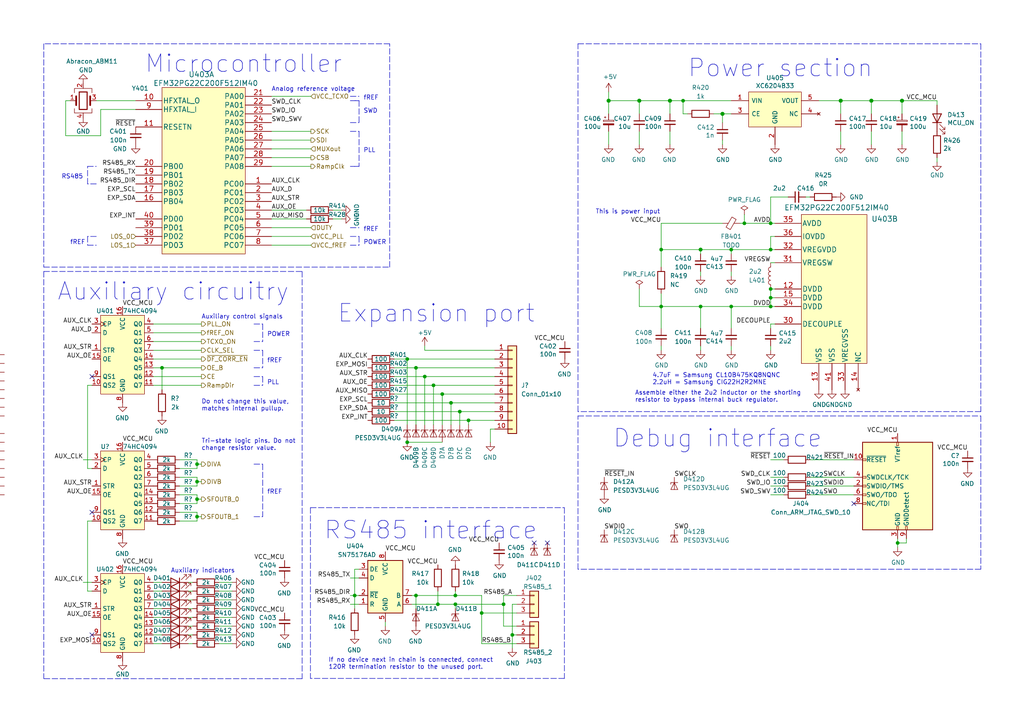
<source format=kicad_sch>
(kicad_sch (version 20211123) (generator eeschema)
  (paper "A4")
  (title_block (title "Generator 0.0125 - 6.4 GHz (0.02 - 9.8 GHz)") (date "2021-11-13") (rev "211113-001") (company "Petr Polasek") (comment 1 "001, 2021-11-13 09:38") (comment 2 "TCXO / external input, LMX2572/LMX2592") (comment 3 "Dual channel symmetric outputs"))
  (junction (at 223.52 83.82))
  (junction (at 118.11 128.27))
  (junction (at 132.08 172.72))
  (junction (at 252.73 29.21) (diameter 1.016))
  (junction (at 223.52 64.77))
  (junction (at 133.35 119.38))
  (junction (at 130.81 116.84))
  (junction (at 209.55 33.02) (diameter 1.016))
  (junction (at 176.53 29.21) (diameter 1.016))
  (junction (at 135.89 121.92))
  (junction (at 261.62 29.21) (diameter 1.016))
  (junction (at 260.35 157.48))
  (junction (at 223.52 72.39))
  (junction (at 191.77 72.39))
  (junction (at 139.7 177.8))
  (junction (at 128.27 114.3))
  (junction (at 125.73 111.76))
  (junction (at 203.2 88.9))
  (junction (at 57.15 139.7))
  (junction (at 212.09 72.39))
  (junction (at 203.2 72.3899))
  (junction (at 185.42 29.21) (diameter 1.016))
  (junction (at 123.19 109.22))
  (junction (at 146.05 175.26))
  (junction (at 191.77 88.9))
  (junction (at 118.11 104.14))
  (junction (at 46.99 106.68))
  (junction (at 57.15 144.78))
  (junction (at 148.59 184.15))
  (junction (at 120.65 172.72))
  (junction (at 127 175.26))
  (junction (at 198.12 29.21))
  (junction (at 203.2 72.39))
  (junction (at 243.84 29.21) (diameter 1.016))
  (junction (at 57.15 149.86))
  (junction (at 194.31 29.21) (diameter 1.016))
  (junction (at 132.08 175.26))
  (junction (at 102.87 172.72))
  (junction (at 120.65 106.68))
  (junction (at 223.52 86.36))
  (junction (at 215.9 64.77))
  (junction (at 223.52 88.9))
  (junction (at 57.15 134.62))
  (junction (at 212.09 88.9))
  (no_connect (at 154.94 157.48))
  (no_connect (at 158.75 157.48))
  (no_connect (at 26.67 184.15))
  (no_connect (at 26.67 148.59))
  (no_connect (at 247.65 146.05))
  (no_connect (at 26.67 109.22))
  (wire (pts (xy 44.45 104.14) (xy 58.42 104.14)))
  (wire (pts (xy 44.45 111.76) (xy 58.42 111.76)))
  (wire (pts (xy 19.05 39.37) (xy 19.05 29.21)))
  (wire (pts (xy 19.05 29.21) (xy 20.32 29.21)))
  (wire (pts (xy 29.21 31.75) (xy 29.21 39.37)))
  (wire (pts (xy 29.21 39.37) (xy 19.05 39.37)))
  (wire (pts (xy 39.37 31.75) (xy 29.21 31.75)))
  (wire (pts (xy 261.62 41.91) (xy 261.62 38.1)))
  (wire (pts (xy 128.27 114.3) (xy 128.27 123.19)))
  (wire (pts (xy 57.15 138.43) (xy 57.15 139.7)))
  (wire (pts (xy 46.99 106.68) (xy 58.42 106.68)))
  (wire (pts (xy 26.67 151.13) (xy 25.4 151.13)))
  (wire (pts (xy 52.07 135.89) (xy 57.15 135.89)))
  (wire (pts (xy 127 175.26) (xy 132.08 175.26)))
  (polyline (pts (xy 167.64 165.1) (xy 167.64 120.65)))
  (polyline (pts (xy 167.64 120.65) (xy 284.48 120.65)))
  (polyline (pts (xy 284.48 165.1) (xy 167.64 165.1)))
  (polyline (pts (xy 284.48 120.65) (xy 284.48 165.1)))
  (wire (pts (xy 46.99 186.69) (xy 44.45 186.69)))
  (wire (pts (xy 46.99 168.91) (xy 44.45 168.91)))
  (wire (pts (xy 118.11 104.14) (xy 118.11 123.19)))
  (wire (pts (xy 223.52 86.36) (xy 223.52 88.9)))
  (wire (pts (xy 46.99 173.99) (xy 44.45 173.99)))
  (wire (pts (xy 223.52 138.43) (xy 227.33 138.43)))
  (wire (pts (xy 212.09 72.39) (xy 223.52 72.39)))
  (wire (pts (xy 223.52 83.82) (xy 223.52 86.36)))
  (wire (pts (xy 114.3 121.92) (xy 135.89 121.92)))
  (wire (pts (xy 78.74 71.12) (xy 90.17 71.12)))
  (wire (pts (xy 57.15 140.97) (xy 52.07 140.97)))
  (wire (pts (xy 212.09 100.33) (xy 212.09 101.6)))
  (polyline (pts (xy 102.87 29.21) (xy 104.14 29.21)))
  (wire (pts (xy 55.88 173.99) (xy 54.61 173.99)))
  (wire (pts (xy 57.15 151.13) (xy 52.07 151.13)))
  (wire (pts (xy 194.31 29.21) (xy 185.42 29.21)))
  (wire (pts (xy 212.09 78.74) (xy 212.09 80.01)))
  (wire (pts (xy 114.3 116.84) (xy 130.81 116.84)))
  (wire (pts (xy 149.86 186.69) (xy 139.7 186.69)))
  (wire (pts (xy 234.95 138.43) (xy 247.65 138.43)))
  (wire (pts (xy 215.9 62.23) (xy 215.9 64.77)))
  (wire (pts (xy 223.52 100.33) (xy 223.52 101.6)))
  (wire (pts (xy 78.74 68.58) (xy 90.17 68.58)))
  (wire (pts (xy 209.55 35.56) (xy 209.55 33.02)))
  (wire (pts (xy 191.77 85.09) (xy 191.77 88.9)))
  (polyline (pts (xy 87.63 196.85) (xy 12.7 196.85)))
  (polyline (pts (xy 12.7 78.74) (xy 12.7 196.85)))
  (polyline (pts (xy 87.63 78.74) (xy 87.63 196.85)))
  (polyline (pts (xy 12.7 78.74) (xy 87.63 78.74)))
  (polyline (pts (xy 101.6 38.1) (xy 104.14 38.1)))
  (polyline (pts (xy 104.14 38.1) (xy 104.14 48.26)))
  (wire (pts (xy 223.52 140.97) (xy 227.33 140.97)))
  (wire (pts (xy 146.05 172.72) (xy 149.86 172.72)))
  (polyline (pts (xy 104.14 68.58) (xy 104.14 71.12)))
  (polyline (pts (xy 101.6 68.58) (xy 104.14 68.58)))
  (wire (pts (xy 52.07 143.51) (xy 57.15 143.51)))
  (wire (pts (xy 261.62 29.21) (xy 261.62 33.02)))
  (wire (pts (xy 78.74 66.04) (xy 90.17 66.04)))
  (wire (pts (xy 123.19 101.6) (xy 143.51 101.6)))
  (wire (pts (xy 90.17 45.72) (xy 78.74 45.72)))
  (wire (pts (xy 203.2 100.33) (xy 203.2 101.6)))
  (polyline (pts (xy 25.4 53.34) (xy 25.4 48.26)))
  (polyline (pts (xy 25.4 48.26) (xy 27.94 48.26)))
  (wire (pts (xy 101.6 167.64) (xy 104.14 167.64)))
  (wire (pts (xy 224.79 68.58) (xy 223.52 68.58)))
  (polyline (pts (xy 102.87 48.26) (xy 104.14 48.26)))
  (wire (pts (xy 57.15 139.7) (xy 57.15 140.97)))
  (wire (pts (xy 44.45 96.52) (xy 58.42 96.52)))
  (wire (pts (xy 27.94 29.21) (xy 39.37 29.21)))
  (wire (pts (xy 44.45 101.6) (xy 58.42 101.6)))
  (wire (pts (xy 55.88 181.61) (xy 54.61 181.61)))
  (wire (pts (xy 212.09 88.9) (xy 212.09 95.25)))
  (wire (pts (xy 78.74 63.5) (xy 88.9 63.5)))
  (wire (pts (xy 132.08 172.72) (xy 139.7 172.72)))
  (wire (pts (xy 135.89 121.92) (xy 143.51 121.92)))
  (wire (pts (xy 252.73 41.91) (xy 252.73 38.1)))
  (wire (pts (xy 132.08 171.45) (xy 132.08 172.72)))
  (wire (pts (xy 223.52 57.15) (xy 223.52 64.77)))
  (polyline (pts (xy 167.64 119.38) (xy 167.64 12.7)))
  (polyline (pts (xy 284.48 119.38) (xy 167.64 119.38)))
  (polyline (pts (xy 284.48 12.7) (xy 284.48 119.38)))
  (polyline (pts (xy 167.64 12.7) (xy 284.48 12.7)))
  (wire (pts (xy 119.38 172.72) (xy 120.65 172.72)))
  (wire (pts (xy 120.65 172.72) (xy 132.08 172.72)))
  (wire (pts (xy 114.3 111.76) (xy 125.73 111.76)))
  (wire (pts (xy 125.73 111.76) (xy 143.51 111.76)))
  (wire (pts (xy 203.2 88.9) (xy 203.2 95.25)))
  (wire (pts (xy 57.15 143.51) (xy 57.15 144.78)))
  (wire (pts (xy 63.5 176.53) (xy 67.31 176.53)))
  (wire (pts (xy 243.84 29.21) (xy 252.73 29.21)))
  (wire (pts (xy 191.77 100.33) (xy 191.77 101.6)))
  (wire (pts (xy 209.55 41.91) (xy 209.55 40.64)))
  (polyline (pts (xy 101.6 71.12) (xy 104.14 71.12)))
  (wire (pts (xy 55.88 168.91) (xy 54.61 168.91)))
  (wire (pts (xy 114.3 109.22) (xy 123.19 109.22)))
  (wire (pts (xy 123.19 109.22) (xy 143.51 109.22)))
  (wire (pts (xy 90.17 27.94) (xy 78.74 27.94)))
  (wire (pts (xy 114.3 114.3) (xy 128.27 114.3)))
  (wire (pts (xy 127 175.26) (xy 127 171.45)))
  (wire (pts (xy 119.38 175.26) (xy 127 175.26)))
  (wire (pts (xy 203.2 72.39) (xy 203.2 73.66)))
  (wire (pts (xy 96.52 63.5) (xy 99.06 63.5)))
  (wire (pts (xy 199.39 33.02) (xy 198.12 33.02)))
  (wire (pts (xy 198.12 29.21) (xy 198.12 33.02)))
  (wire (pts (xy 237.49 29.21) (xy 243.84 29.21)))
  (wire (pts (xy 57.15 134.62) (xy 58.42 134.62)))
  (wire (pts (xy 271.78 46.99) (xy 271.78 45.72)))
  (wire (pts (xy 191.77 64.77) (xy 209.55 64.77)))
  (wire (pts (xy 24.13 133.35) (xy 26.67 133.35)))
  (wire (pts (xy 90.17 43.18) (xy 78.74 43.18)))
  (wire (pts (xy 223.52 93.98) (xy 223.52 95.25)))
  (wire (pts (xy 125.73 111.76) (xy 125.73 123.19)))
  (wire (pts (xy 185.42 29.21) (xy 176.53 29.21)))
  (wire (pts (xy 25.4 111.76) (xy 26.67 111.76)))
  (wire (pts (xy 57.15 149.86) (xy 58.42 149.86)))
  (wire (pts (xy 25.4 171.45) (xy 26.67 171.45)))
  (wire (pts (xy 133.35 119.38) (xy 133.35 123.19)))
  (wire (pts (xy 63.5 179.07) (xy 67.31 179.07)))
  (polyline (pts (xy 25.4 68.58) (xy 25.4 71.12)))
  (polyline (pts (xy 25.4 71.12) (xy 27.94 71.12)))
  (polyline (pts (xy 27.94 68.58) (xy 25.4 68.58)))
  (polyline (pts (xy 90.043 147.2436) (xy 163.703 147.2436)))
  (polyline (pts (xy 90.043 147.2436) (xy 90.043 196.7736)))
  (polyline (pts (xy 163.703 196.7736) (xy 90.043 196.7736)))
  (polyline (pts (xy 163.703 147.2436) (xy 163.703 196.7736)))
  (wire (pts (xy 132.08 175.26) (xy 132.08 176.53)))
  (wire (pts (xy 133.35 119.38) (xy 143.51 119.38)))
  (wire (pts (xy 78.74 60.96) (xy 88.9 60.96)))
  (wire (pts (xy 223.52 133.35) (xy 227.33 133.35)))
  (wire (pts (xy 63.5 181.61) (xy 67.31 181.61)))
  (wire (pts (xy 261.62 29.21) (xy 271.78 29.21)))
  (wire (pts (xy 118.11 104.14) (xy 143.51 104.14)))
  (wire (pts (xy 114.3 104.14) (xy 118.11 104.14)))
  (wire (pts (xy 44.45 109.22) (xy 58.42 109.22)))
  (wire (pts (xy 46.99 179.07) (xy 44.45 179.07)))
  (wire (pts (xy 262.89 157.48) (xy 262.89 156.21)))
  (wire (pts (xy 260.35 157.48) (xy 262.89 157.48)))
  (wire (pts (xy 57.15 139.7) (xy 58.42 139.7)))
  (wire (pts (xy 46.99 171.45) (xy 44.45 171.45)))
  (wire (pts (xy 63.5 168.91) (xy 67.31 168.91)))
  (wire (pts (xy 57.15 144.78) (xy 57.15 146.05)))
  (polyline (pts (xy 12.7 12.7) (xy 12.7 77.47)))
  (polyline (pts (xy 12.7 77.47) (xy 113.03 77.47)))
  (polyline (pts (xy 113.03 12.7) (xy 12.7 12.7)))
  (polyline (pts (xy 113.03 77.47) (xy 113.03 12.7)))
  (wire (pts (xy 194.31 29.21) (xy 198.12 29.21)))
  (wire (pts (xy 198.12 29.21) (xy 212.09 29.21)))
  (wire (pts (xy 101.6 172.72) (xy 102.87 172.72)))
  (wire (pts (xy 209.55 33.02) (xy 207.01 33.02)))
  (wire (pts (xy 203.2 72.39) (xy 212.09 72.39)))
  (polyline (pts (xy 73.66 134.62) (xy 76.2 134.62)))
  (wire (pts (xy 148.59 184.15) (xy 148.59 187.96)))
  (wire (pts (xy 63.5 173.99) (xy 67.31 173.99)))
  (polyline (pts (xy 101.6 35.56) (xy 104.14 35.56)))
  (polyline (pts (xy 104.14 29.21) (xy 104.14 35.56)))
  (wire (pts (xy 55.88 184.15) (xy 54.61 184.15)))
  (wire (pts (xy 102.87 172.72) (xy 102.87 176.53)))
  (wire (pts (xy 26.67 135.89) (xy 25.4 135.89)))
  (wire (pts (xy 57.15 144.78) (xy 58.42 144.78)))
  (wire (pts (xy 57.15 134.62) (xy 57.15 133.35)))
  (wire (pts (xy 78.74 48.26) (xy 90.17 48.26)))
  (wire (pts (xy 234.95 143.51) (xy 247.65 143.51)))
  (polyline (pts (xy 73.66 101.6) (xy 76.2 101.6)))
  (polyline (pts (xy 73.66 106.68) (xy 76.2 106.68)))
  (polyline (pts (xy 76.2 101.6) (xy 76.2 106.68)))
  (wire (pts (xy 223.52 68.58) (xy 223.52 72.39)))
  (wire (pts (xy 148.59 184.15) (xy 149.86 184.15)))
  (wire (pts (xy 185.42 29.21) (xy 185.42 33.02)))
  (wire (pts (xy 185.42 88.9) (xy 191.77 88.9)))
  (wire (pts (xy 46.99 184.15) (xy 44.45 184.15)))
  (wire (pts (xy 57.15 148.59) (xy 57.15 149.86)))
  (wire (pts (xy 203.2 78.74) (xy 203.2 80.01)))
  (wire (pts (xy 223.52 57.15) (xy 228.6 57.15)))
  (wire (pts (xy 25.4 135.89) (xy 25.4 111.76)))
  (wire (pts (xy 185.42 41.91) (xy 185.42 38.1)))
  (wire (pts (xy 223.52 72.39) (xy 224.79 72.39)))
  (wire (pts (xy 191.77 77.47) (xy 191.77 72.39)))
  (wire (pts (xy 191.77 72.39) (xy 203.2 72.3899)))
  (wire (pts (xy 212.09 72.39) (xy 212.09 73.66)))
  (wire (pts (xy 194.31 33.02) (xy 194.31 29.21)))
  (wire (pts (xy 63.5 184.15) (xy 67.31 184.15)))
  (polyline (pts (xy 73.66 99.06) (xy 76.2 99.06)))
  (polyline (pts (xy 73.66 93.98) (xy 76.2 93.98)))
  (polyline (pts (xy 76.2 93.98) (xy 76.2 99.06)))
  (wire (pts (xy 120.65 176.53) (xy 120.65 172.72)))
  (wire (pts (xy 120.65 106.68) (xy 120.65 123.19)))
  (wire (pts (xy 149.86 175.26) (xy 148.59 175.26)))
  (wire (pts (xy 223.52 64.77) (xy 224.79 64.77)))
  (wire (pts (xy 90.17 40.64) (xy 78.74 40.64)))
  (wire (pts (xy 223.52 143.51) (xy 227.33 143.51)))
  (wire (pts (xy 24.13 168.91) (xy 26.67 168.91)))
  (wire (pts (xy 139.7 177.8) (xy 139.7 186.69)))
  (wire (pts (xy 185.42 83.82) (xy 185.42 88.9)))
  (wire (pts (xy 148.59 175.26) (xy 148.59 184.15)))
  (wire (pts (xy 57.15 149.86) (xy 57.15 151.13)))
  (wire (pts (xy 234.95 140.97) (xy 247.65 140.97)))
  (wire (pts (xy 25.4 151.13) (xy 25.4 171.45)))
  (wire (pts (xy 143.51 124.46) (xy 142.24 124.46)))
  (polyline (pts (xy 73.66 149.86) (xy 76.2 149.86)))
  (wire (pts (xy 252.73 29.21) (xy 252.73 33.02)))
  (polyline (pts (xy 76.2 134.62) (xy 76.2 149.86)))
  (wire (pts (xy 57.15 133.35) (xy 52.07 133.35)))
  (polyline (pts (xy 27.94 53.34) (xy 25.4 53.34)))
  (wire (pts (xy 223.52 83.82) (xy 224.79 83.82)))
  (wire (pts (xy 96.52 60.96) (xy 99.06 60.96)))
  (polyline (pts (xy 101.6 66.04) (xy 104.14 66.04)))
  (wire (pts (xy 176.53 29.21) (xy 176.53 26.67)))
  (polyline (pts (xy 101.6 27.94) (xy 104.14 27.94)))
  (wire (pts (xy 142.24 124.46) (xy 142.24 128.27)))
  (wire (pts (xy 146.05 175.26) (xy 146.05 181.61)))
  (wire (pts (xy 118.11 128.27) (xy 128.27 128.27)))
  (wire (pts (xy 63.5 171.45) (xy 67.31 171.45)))
  (polyline (pts (xy 101.6 29.21) (xy 104.14 29.21)))
  (wire (pts (xy 149.86 181.61) (xy 146.05 181.61)))
  (wire (pts (xy 146.05 172.72) (xy 146.05 175.26)))
  (wire (pts (xy 215.9 64.77) (xy 223.52 64.77)))
  (wire (pts (xy 214.63 64.77) (xy 215.9 64.77)))
  (wire (pts (xy 46.99 181.61) (xy 44.45 181.61)))
  (wire (pts (xy 223.52 88.9) (xy 224.79 88.9)))
  (wire (pts (xy 212.09 88.9) (xy 223.52 88.9)))
  (wire (pts (xy 203.2 88.9) (xy 212.09 88.9)))
  (wire (pts (xy 191.77 88.9) (xy 203.2 88.9)))
  (wire (pts (xy 209.55 33.02) (xy 212.09 33.02)))
  (polyline (pts (xy 101.6 48.26) (xy 102.87 48.26)))
  (wire (pts (xy 123.19 109.22) (xy 123.19 123.19)))
  (wire (pts (xy 52.07 138.43) (xy 57.15 138.43)))
  (wire (pts (xy 130.81 116.84) (xy 130.81 123.19)))
  (wire (pts (xy 223.52 76.2) (xy 224.79 76.2)))
  (wire (pts (xy 260.35 156.21) (xy 260.35 157.48)))
  (wire (pts (xy 260.35 157.48) (xy 260.35 158.75)))
  (wire (pts (xy 44.45 93.98) (xy 58.42 93.98)))
  (wire (pts (xy 44.45 99.06) (xy 58.42 99.06)))
  (wire (pts (xy 123.19 101.6) (xy 123.19 100.33)))
  (wire (pts (xy 191.77 88.9) (xy 191.77 95.25)))
  (wire (pts (xy 130.81 116.84) (xy 143.51 116.84)))
  (wire (pts (xy 55.88 176.53) (xy 54.61 176.53)))
  (wire (pts (xy 252.73 29.21) (xy 261.62 29.21)))
  (wire (pts (xy 55.88 186.69) (xy 54.61 186.69)))
  (wire (pts (xy 114.3 119.38) (xy 133.35 119.38)))
  (wire (pts (xy 234.95 57.15) (xy 233.68 57.15)))
  (wire (pts (xy 57.15 146.05) (xy 52.07 146.05)))
  (wire (pts (xy 191.77 64.77) (xy 191.77 72.39)))
  (wire (pts (xy 128.27 114.3) (xy 143.51 114.3)))
  (wire (pts (xy 194.31 41.91) (xy 194.31 38.1)))
  (wire (pts (xy 52.07 148.59) (xy 57.15 148.59)))
  (wire (pts (xy 55.88 179.07) (xy 54.61 179.07)))
  (wire (pts (xy 243.84 33.02) (xy 243.84 29.21)))
  (wire (pts (xy 243.84 41.91) (xy 243.84 38.1)))
  (wire (pts (xy 132.08 175.26) (xy 146.05 175.26)))
  (wire (pts (xy 111.76 181.61) (xy 111.76 180.34)))
  (wire (pts (xy 176.53 29.21) (xy 176.53 33.02)))
  (wire (pts (xy 90.17 38.1) (xy 78.74 38.1)))
  (wire (pts (xy 46.99 106.68) (xy 44.45 106.68)))
  (wire (pts (xy 46.99 113.03) (xy 46.99 106.68)))
  (wire (pts (xy 139.7 177.8) (xy 149.86 177.8)))
  (wire (pts (xy 46.99 176.53) (xy 44.45 176.53)))
  (wire (pts (xy 139.7 172.72) (xy 139.7 177.8)))
  (wire (pts (xy 55.88 171.45) (xy 54.61 171.45)))
  (wire (pts (xy 234.95 133.35) (xy 247.65 133.35)))
  (wire (pts (xy 203.2 72.3899) (xy 203.2 72.39)))
  (wire (pts (xy 271.78 30.48) (xy 271.78 29.21)))
  (wire (pts (xy 101.6 175.26) (xy 104.14 175.26)))
  (wire (pts (xy 114.3 106.68) (xy 120.65 106.68)))
  (wire (pts (xy 120.65 106.68) (xy 143.51 106.68)))
  (polyline (pts (xy 73.66 109.22) (xy 76.2 109.22)))
  (polyline (pts (xy 76.2 109.22) (xy 76.2 111.76)))
  (polyline (pts (xy 73.66 111.76) (xy 76.2 111.76)))
  (wire (pts (xy 63.5 186.69) (xy 67.31 186.69)))
  (wire (pts (xy 223.52 86.36) (xy 224.79 86.36)))
  (wire (pts (xy 135.89 121.92) (xy 135.89 123.19)))
  (wire (pts (xy 224.79 93.98) (xy 223.52 93.98)))
  (wire (pts (xy 104.14 172.72) (xy 102.87 172.72)))
  (wire (pts (xy 102.87 172.72) (xy 102.87 165.1)))
  (wire (pts (xy 102.87 165.1) (xy 104.14 165.1)))
  (wire (pts (xy 176.53 41.91) (xy 176.53 38.1)))
  (wire (pts (xy 57.15 135.89) (xy 57.15 134.62)))
  (text "fREF" (at 20.32 71.12 0) (effects (font (size 1.27 1.27)) (justify left bottom)))
  (text "Do not change this value,\nmatches internal pullup." (at 58.42 119.38 0) (effects (font (size 1.27 1.27)) (justify left bottom)))
  (text "RS485\n" (at 24.13 52.07 180) (effects (font (size 1.27 1.27)) (justify right bottom)))
  (text "fREF" (at 77.47 105.41 0) (effects (font (size 1.27 1.27)) (justify left bottom)))
  (text "4.7uF = Samsung CL10B475KQ8NQNC\n2.2uH = Samsung CIG22H2R2MNE" (at 189.23 111.76 0) (effects (font (size 1.27 1.27)) (justify left bottom)))
  (text "fREF" (at 105.41 29.21 0) (effects (font (size 1.27 1.27)) (justify left bottom)))
  (text "PLL" (at 77.47 111.76 0) (effects (font (size 1.27 1.27)) (justify left bottom)))
  (text "Tri-state logic pins. Do not\nchange resistor value." (at 58.42 130.81 0) (effects (font (size 1.27 1.27)) (justify left bottom)))
  (text "If no device next in chain is connected, connect\n120R termination resistor to the unused port." (at 95.25 194.31 0) (effects (font (size 1.27 1.27)) (justify left bottom)))
  (text "SWD\n" (at 105.41 33.02 0) (effects (font (size 1.27 1.27)) (justify left bottom)))
  (text "fREF" (at 105.41 67.31 0) (effects (font (size 1.27 1.27)) (justify left bottom)))
  (text "fREF" (at 77.47 143.51 0) (effects (font (size 1.27 1.27)) (justify left bottom)))
  (text "Analog reference voltage\n" (at 78.74 26.67 0) (effects (font (size 1.27 1.27)) (justify left bottom)))
  (text "Microcontroller" (at 41.91 21.59 0) (effects (font (size 5.08 5.08)) (justify left bottom)))
  (text "PLL" (at 105.41 44.45 0) (effects (font (size 1.27 1.27)) (justify left bottom)))
  (text "Auxiliary circuitry" (at 16.51 87.63 0) (effects (font (size 5.08 5.08)) (justify left bottom)))
  (text "Expansion port" (at 97.79 93.98 0) (effects (font (size 5.08 5.08)) (justify left bottom)))
  (text "This is power input" (at 172.72 62.23 0) (effects (font (size 1.27 1.27)) (justify left bottom)))
  (text "Auxiliary control signals\n" (at 58.42 92.71 0) (effects (font (size 1.27 1.27)) (justify left bottom)))
  (text "Power section" (at 199.39 22.86 0) (effects (font (size 5.08 5.08)) (justify left bottom)))
  (text "Auxiliary indicators" (at 49.53 166.37 0) (effects (font (size 1.27 1.27)) (justify left bottom)))
  (text "Debug interface" (at 177.673 130.2258 0) (effects (font (size 5.08 5.08)) (justify left bottom)))
  (text "RS485 interface" (at 93.853 156.8958 0) (effects (font (size 5.08 5.08)) (justify left bottom)))
  (text "Assemble either the 2u2 inductor or the shorting\nresistor to bypass internal buck regulator." (at 184.15 116.84 0) (effects (font (size 1.27 1.27)) (justify left bottom)))
  (text "POWER\n" (at 105.41 71.12 0) (effects (font (size 1.27 1.27)) (justify left bottom)))
  (text "POWER\n" (at 77.47 97.79 0) (effects (font (size 1.27 1.27)) (justify left bottom)))
  (label "RS485_DIR" (at 101.6 172.72 180))
  (label "AUX_CLK" (at 78.74 53.34 0))
  (label "SWD_CLK" (at 223.52 138.43 180))
  (label "VCC_MCU" (at 144.78 157.48 180))
  (label "SWD_CLK" (at 78.74 30.48 0))
  (label "SWCLK" (at 195.58 138.43 0))
  (label "EXP_SCL" (at 106.68 116.84 180))
  (label "EXP_MOSI" (at 106.68 106.68 180))
  (label "DVDD" (at 223.52 88.9 180))
  (label "EXP_MOSI" (at 26.67 186.69 180))
  (label "AUX_CLK" (at 24.13 168.91 180))
  (label "RS485_A" (at 148.59 172.72 180))
  (label "AUX_MISO" (at 106.68 114.3 180))
  (label "VCC_MCU" (at 280.67 130.81 180))
  (label "AUX_D" (at 78.74 55.88 0))
  (label "EXP_SCL" (at 39.37 55.88 180))
  (label "~{RESET}_IN" (at 175.26 138.43 0))
  (label "EXP_INT" (at 106.68 121.92 180))
  (label "AVDD" (at 223.52 64.77 180))
  (label "RS485_RX" (at 101.6 175.26 180))
  (label "VCC_MCU" (at 35.56 88.9 0))
  (label "EXP_SDA" (at 39.37 58.42 180))
  (label "SWCLK" (at 238.76 138.43 0))
  (label "AUX_OE" (at 26.67 104.14 180))
  (label "SWDIO" (at 175.26 153.67 0))
  (label "AUX_OE" (at 78.74 60.96 0))
  (label "SWD_SWV" (at 78.74 35.56 0))
  (label "VCC_MCU" (at 262.89 29.21 0))
  (label "AUX_MISO" (at 78.74 63.5 0))
  (label "DECOUPLE" (at 223.52 93.98 180))
  (label "RS485_B" (at 139.7 186.69 0))
  (label "AUX_OE" (at 26.67 143.51 180))
  (label "SWD_IO" (at 78.74 33.02 0))
  (label "VCC_MCU" (at 260.35 125.73 180))
  (label "SWD_SWV" (at 223.52 143.51 180))
  (label "AUX_OE" (at 26.67 179.07 180))
  (label "VCC_MCU" (at 127 163.83 180))
  (label "EXP_INT" (at 39.37 63.5 180))
  (label "VCC_MCU" (at 35.56 128.27 0))
  (label "VCC_MCU" (at 82.55 177.8 180))
  (label "AUX_CLK" (at 106.68 104.14 180))
  (label "VCC_MCU" (at 163.83 99.06 180))
  (label "~{RESET}" (at 223.52 133.35 180))
  (label "SWD_IO" (at 223.52 140.97 180))
  (label "VCC_MCU" (at 191.77 64.77 180))
  (label "EXP_SDA" (at 106.68 119.38 180))
  (label "AUX_STR" (at 26.67 140.97 180))
  (label "~{RESET}" (at 39.37 36.83 180))
  (label "AUX_STR" (at 26.67 176.53 180))
  (label "AUX_STR" (at 106.68 109.22 180))
  (label "RS485_DIR" (at 39.37 53.34 180))
  (label "VCC_MCU" (at 111.76 160.02 0))
  (label "RS485_TX" (at 39.37 50.8 180))
  (label "AUX_STR" (at 26.67 101.6 180))
  (label "AUX_CLK" (at 26.67 93.98 180))
  (label "VCC_MCU" (at 35.56 163.83 0))
  (label "SWDIO" (at 238.76 140.97 0))
  (label "AUX_STR" (at 78.74 58.42 0))
  (label "AUX_OE" (at 106.68 111.76 180))
  (label "VCC_MCU" (at 82.55 162.56 180))
  (label "~{RESET}_IN" (at 238.887 133.35 0))
  (label "SWO" (at 238.76 143.51 0))
  (label "AUX_CLK" (at 24.13 133.35 180))
  (label "SWO" (at 195.58 153.67 0))
  (label "RS485_TX" (at 101.6 167.64 180))
  (label "VREGSW" (at 223.52 76.2 180))
  (label "RS485_RX" (at 39.37 48.26 180))
  (label "AUX_D" (at 26.67 96.52 180))
  (hierarchical_label "LOS_1" (shape input) (at 39.37 71.12 180))
  (hierarchical_label "SFOUTB_0" (shape output) (at 58.42 144.78 0))
  (hierarchical_label "SCK" (shape output) (at 90.17 38.1 0))
  (hierarchical_label "VCC_PLL" (shape input) (at 90.17 68.58 0))
  (hierarchical_label "SFOUTB_1" (shape output) (at 58.42 149.86 0))
  (hierarchical_label "fREF_ON" (shape output) (at 58.42 96.52 0))
  (hierarchical_label "MUXout" (shape input) (at 90.17 43.18 0))
  (hierarchical_label "CLK_SEL" (shape output) (at 58.42 101.6 0))
  (hierarchical_label "RampClk" (shape output) (at 90.17 48.26 0))
  (hierarchical_label "CSB" (shape output) (at 90.17 45.72 0))
  (hierarchical_label "PLL_ON" (shape output) (at 58.42 93.98 0))
  (hierarchical_label "~{DF_CORR_EN}" (shape output) (at 58.42 104.14 0))
  (hierarchical_label "CE" (shape output) (at 58.42 109.22 0))
  (hierarchical_label "LOS_0" (shape input) (at 39.37 68.58 180))
  (hierarchical_label "RampDir" (shape output) (at 58.42 111.76 0))
  (hierarchical_label "DIVA" (shape output) (at 58.42 134.62 0))
  (hierarchical_label "DUTY" (shape input) (at 90.17 66.04 0))
  (hierarchical_label "SDI" (shape output) (at 90.17 40.64 0))
  (hierarchical_label "VCC_TCXO" (shape input) (at 90.17 27.94 0))
  (hierarchical_label "VCC_fREF" (shape input) (at 90.17 71.12 0))
  (hierarchical_label "TCXO_ON" (shape output) (at 58.42 99.06 0))
  (hierarchical_label "DIVB" (shape output) (at 58.42 139.7 0))
  (hierarchical_label "OE_B" (shape output) (at 58.42 106.68 0))
  (symbol (lib_id "power:GND") (at 82.55 182.88 0) (mirror y) (unit 1)
    (property "Reference" "#PWR0419" (effects hide))
    (property "Value" "GND" (at 82.423 187.2742 0))
  )
  (symbol (lib_id "power:GND") (at 67.31 181.61 90) (mirror x) (unit 1)
    (property "Reference" "#PWR0415" (effects hide))
    (property "Value" "GND" (at 69.85 181.61 90) (effects (justify right)))
  )
  (symbol (lib_id "Device:R") (at 110.49 104.14 90) (unit 1)
    (property "Reference" "R401" (at 115.57 102.87 90))
    (property "Value" "100" (at 110.49 104.14 90))
    (property "Footprint" "Resistor_SMD:R_0603_1608Metric_Pad0.98x0.95mm_HandSolder" (effects hide))
  )
  (symbol (lib_id "Device:R") (at 59.69 179.07 90) (unit 1)
    (property "Reference" "R410" (at 67.31 177.8 90) (effects (justify left)))
    (property "Value" "2k" (at 60.96 179.07 90) (effects (justify left)))
    (property "Footprint" "Resistor_SMD:R_0603_1608Metric_Pad0.98x0.95mm_HandSolder" (effects hide))
  )
  (symbol (lib_id "power:GND") (at 67.31 173.99 90) (mirror x) (unit 1)
    (property "Reference" "#PWR0412" (effects hide))
    (property "Value" "GND" (at 69.85 173.99 90) (effects (justify right)))
  )
  (symbol (lib_id "Device:C_Small") (at 82.55 180.34 0) (mirror y) (unit 1)
    (property "Reference" "C403" (at 80.2132 179.1716 0) (effects (justify left)))
    (property "Value" "100n" (at 80.2132 181.483 0) (effects (justify left)))
    (property "Footprint" "Capacitor_SMD:C_0603_1608Metric_Pad1.08x0.95mm_HandSolder" (effects hide))
  )
  (symbol (lib_id "Device:R") (at 110.49 121.92 90) (unit 1)
    (property "Reference" "R?" (at 114.3 120.65 90))
    (property "Value" "100" (at 110.49 121.92 90))
    (property "Footprint" "Resistor_SMD:R_0603_1608Metric_Pad0.98x0.95mm_HandSolder" (effects hide))
  )
  (symbol (lib_id "petr:74HC4094") (at 35.56 177.8 0) (unit 1)
    (property "Reference" "U402" (at 30.48 165.1 0))
    (property "Value" "74HC4094" (at 40.64 165.1 0))
    (property "Footprint" "Package_SO:SO-16_3.9x9.9mm_P1.27mm" (effects hide))
    (property "Datasheet" "https://assets.nexperia.com/documents/data-sheet/74HC_HCT4094.pdf" (effects hide))
  )
  (symbol (lib_id "petr:XC6204B33") (at 224.79 33.02 0) (unit 1)
    (property "Reference" "U405" (at 224.79 22.5868 0))
    (property "Value" "XC6204B33" (at 224.79 24.8855 0))
    (property "Footprint" "Package_TO_SOT_SMD:SOT-89-5_Handsoldering" (effects hide))
    (property "Datasheet" "https://www.torexsemi.com/file/xc6205/XC6204-XC6205.pdf" (effects hide))
  )
  (symbol (lib_id "power:GND") (at 243.84 41.91 0) (unit 1)
    (property "Reference" "#PWR0445" (effects hide))
    (property "Value" "GND" (at 243.967 46.3042 0))
  )
  (symbol (lib_id "power:GND") (at 176.53 41.91 0) (mirror y) (unit 1)
    (property "Reference" "#PWR0431" (effects hide))
    (property "Value" "GND" (at 176.403 46.3042 0))
  )
  (symbol (lib_id "Device:C_Small") (at 209.55 38.1 0) (unit 1)
    (property "Reference" "C412" (at 207.2386 36.9316 0) (effects (justify right)))
    (property "Value" "1n" (at 207.2386 39.243 0) (effects (justify right)))
    (property "Footprint" "Capacitor_SMD:C_0603_1608Metric_Pad1.08x0.95mm_HandSolder" (effects hide))
  )
  (symbol (lib_id "Device:R") (at 127 167.64 0) (unit 1)
    (property "Reference" "R417" (at 124.46 166.3699 0) (effects (justify right)))
    (property "Value" "10k" (at 124.46 168.9099 0) (effects (justify right)))
    (property "Footprint" "Resistor_SMD:R_0603_1608Metric_Pad0.98x0.95mm_HandSolder" (effects hide))
  )
  (symbol (lib_id "power:GND") (at 120.65 181.61 0) (mirror y) (unit 1)
    (property "Reference" "#PWR0425" (effects hide))
    (property "Value" "GND" (at 120.523 186.0042 0))
  )
  (symbol (lib_id "power:GND") (at 203.2 80.01 0) (unit 1)
    (property "Reference" "#PWR0435" (effects hide))
    (property "Value" "GND" (at 203.3143 84.3344 0))
  )
  (symbol (lib_id "power:GND") (at 46.99 120.65 0) (mirror y) (unit 1)
    (property "Reference" "#PWR0408" (effects hide))
    (property "Value" "GND" (at 46.863 125.0442 0))
  )
  (symbol (lib_id "power:GND") (at 223.52 101.6 0) (unit 1)
    (property "Reference" "#PWR0440" (effects hide))
    (property "Value" "GND" (at 223.6343 105.9244 0))
  )
  (symbol (lib_id "power:GND") (at 280.67 135.89 0) (mirror y) (unit 1)
    (property "Reference" "#PWR?" (effects hide))
    (property "Value" "GND" (at 280.543 140.2842 0))
  )
  (symbol (lib_id "Device:C_Small") (at 231.14 57.15 90) (unit 1)
    (property "Reference" "C416" (at 233.68 54.61 90))
    (property "Value" "2u2" (at 226.06 54.61 90))
    (property "Footprint" "Capacitor_SMD:C_0805_2012Metric_Pad1.18x1.45mm_HandSolder" (effects hide))
  )
  (symbol (lib_id "petr:74HC4094") (at 35.56 142.24 0) (unit 1)
    (property "Reference" "U?" (at 30.48 129.54 0))
    (property "Value" "74HC4094" (at 40.64 129.54 0))
    (property "Footprint" "Package_SO:SO-16_3.9x9.9mm_P1.27mm" (effects hide))
    (property "Datasheet" "https://assets.nexperia.com/documents/data-sheet/74HC_HCT4094.pdf" (effects hide))
  )
  (symbol (lib_id "Device:R") (at 203.2 33.02 90) (unit 1)
    (property "Reference" "R420" (at 203.2 25.4 90))
    (property "Value" "1k" (at 203.2 27.94 90))
    (property "Footprint" "Resistor_SMD:R_0603_1608Metric_Pad0.98x0.95mm_HandSolder" (effects hide))
  )
  (symbol (lib_id "power:GND") (at 67.31 186.69 90) (mirror x) (unit 1)
    (property "Reference" "#PWR0417" (effects hide))
    (property "Value" "GND" (at 69.85 186.69 90) (effects (justify right)))
  )
  (symbol (lib_id "Device:FerriteBead_Small") (at 212.09 64.77 90) (unit 1)
    (property "Reference" "FB401" (at 212.09 68.58 90))
    (property "Value" "TODO" (at 212.09 71.12 90))
    (property "Footprint" "Inductor_SMD:L_0603_1608Metric_Pad1.05x0.95mm_HandSolder" (effects hide))
  )
  (symbol (lib_id "Device:R") (at 48.26 135.89 90) (unit 1)
    (property "Reference" "R?" (at 55.88 134.62 90) (effects (justify left)))
    (property "Value" "2k" (at 49.53 135.89 90) (effects (justify left)))
    (property "Footprint" "Resistor_SMD:R_0603_1608Metric_Pad0.98x0.95mm_HandSolder" (effects hide))
  )
  (symbol (lib_id "Device:R") (at 110.49 109.22 90) (unit 1)
    (property "Reference" "R403" (at 115.57 107.95 90))
    (property "Value" "100" (at 110.49 109.22 90))
    (property "Footprint" "Resistor_SMD:R_0603_1608Metric_Pad0.98x0.95mm_HandSolder" (effects hide))
  )
  (symbol (lib_id "Device:R") (at 238.76 57.15 90) (unit 1)
    (property "Reference" "R425" (at 238.76 50.8 90))
    (property "Value" "0R" (at 238.76 53.34 90))
    (property "Footprint" "Resistor_SMD:R_0603_1608Metric_Pad0.98x0.95mm_HandSolder" (effects hide))
  )
  (symbol (lib_id "Device:R") (at 48.26 140.97 90) (unit 1)
    (property "Reference" "R?" (at 55.88 139.7 90) (effects (justify left)))
    (property "Value" "2k" (at 49.53 140.97 90) (effects (justify left)))
    (property "Footprint" "Resistor_SMD:R_0603_1608Metric_Pad0.98x0.95mm_HandSolder" (effects hide))
  )
  (symbol (lib_id "Device:R") (at 231.14 143.51 90) (unit 1)
    (property "Reference" "R424" (at 236.347 142.8242 90))
    (property "Value" "100" (at 226.06 142.24 90))
    (property "Footprint" "Resistor_SMD:R_0603_1608Metric_Pad0.98x0.95mm_HandSolder" (effects hide))
  )
  (symbol (lib_id "Device:LED") (at 50.8 171.45 180) (unit 1)
    (property "Reference" "D402" (at 46.99 170.18 0))
    (property "Value" " " (at 51.1809 166.37 0))
    (property "Footprint" "LED_SMD:LED_0603_1608Metric_Pad1.05x0.95mm_HandSolder" (effects hide))
  )
  (symbol (lib_id "power:GND") (at 82.55 167.64 0) (mirror y) (unit 1)
    (property "Reference" "#PWR0420" (effects hide))
    (property "Value" "GND" (at 82.423 172.0342 0))
  )
  (symbol (lib_id "Connector_Generic:Conn_01x03") (at 154.94 184.15 0) (unit 1)
    (property "Reference" "J403" (at 152.4 191.77 0) (effects (justify left)))
    (property "Value" "RS485_2" (at 151.765 189.2299 0) (effects (justify left)))
    (property "Footprint" "Connector_Phoenix_MSTB:PhoenixContact_MSTBA_2,5_3-G-5,08_1x03_P5.08mm_Horizontal" (effects hide))
  )
  (symbol (lib_id "power:GND") (at 185.42 41.91 0) (mirror y) (unit 1)
    (property "Reference" "#PWR0432" (effects hide))
    (property "Value" "GND" (at 185.293 46.3042 0))
  )
  (symbol (lib_id "Device:R") (at 92.71 60.96 270) (unit 1)
    (property "Reference" "R414" (at 97.79 59.69 90))
    (property "Value" "10k" (at 92.71 60.96 90))
    (property "Footprint" "Resistor_SMD:R_0603_1608Metric_Pad0.98x0.95mm_HandSolder" (effects hide))
  )
  (symbol (lib_id "petr:SN75HVD11D") (at 111.76 170.18 0) (unit 1)
    (property "Reference" "U404" (at 102.997 158.369 0))
    (property "Value" "SN75176AD" (at 103.505 160.909 0))
    (property "Footprint" "Package_SO:SOIC-8_3.9x4.9mm_P1.27mm" (effects hide))
    (property "Datasheet" "https://www.ti.com/lit/ds/symlink/sn75hvd11.pdf" (effects hide))
  )
  (symbol (lib_id "power:GND") (at 35.56 191.77 0) (mirror y) (unit 1)
    (property "Reference" "#PWR0404" (effects hide))
    (property "Value" "GND" (at 35.56 195.58 0))
  )
  (symbol (lib_id "Device:C_Small") (at 185.42 35.56 0) (mirror y) (unit 1)
    (property "Reference" "C407" (at 183.0832 34.3916 0) (effects (justify left)))
    (property "Value" "10u" (at 183.0832 36.703 0) (effects (justify left)))
    (property "Footprint" "Capacitor_SMD:C_0805_2012Metric_Pad1.18x1.45mm_HandSolder" (effects hide))
  )
  (symbol (lib_id "power:GND") (at 67.31 179.07 90) (mirror x) (unit 1)
    (property "Reference" "#PWR0414" (effects hide))
    (property "Value" "GND" (at 69.85 179.07 90) (effects (justify right)))
  )
  (symbol (lib_id "Device:C_Small") (at 212.09 76.2 0) (unit 1)
    (property "Reference" "C413" (at 209.7658 77.3494 0) (effects (justify right)))
    (property "Value" "4u7" (at 209.7658 75.0507 0) (effects (justify right)))
    (property "Footprint" "Capacitor_SMD:C_0603_1608Metric_Pad1.08x0.95mm_HandSolder" (effects hide))
  )
  (symbol (lib_id "power:GND") (at 67.31 171.45 90) (mirror x) (unit 1)
    (property "Reference" "#PWR0411" (effects hide))
    (property "Value" "GND" (at 69.85 171.45 90) (effects (justify right)))
  )
  (symbol (lib_id "Connector_Generic:Conn_01x03") (at 154.94 175.26 0) (unit 1)
    (property "Reference" "J402" (at 152.4 167.64 0) (effects (justify left)))
    (property "Value" "RS485_1" (at 151.765 170.1799 0) (effects (justify left)))
    (property "Footprint" "Connector_Phoenix_MSTB:PhoenixContact_MSTBA_2,5_3-G-5,08_1x03_P5.08mm_Horizontal" (effects hide))
  )
  (symbol (lib_id "Device:L") (at 223.52 80.01 0) (mirror y) (unit 1)
    (property "Reference" "L401" (at 217.17 81.28 0) (effects (justify right)))
    (property "Value" "2u2" (at 217.17 78.74 0) (effects (justify right)))
    (property "Footprint" "Inductor_SMD:L_1008_2520Metric_Pad1.43x2.20mm_HandSolder" (effects hide))
  )
  (symbol (lib_id "Device:R") (at 48.26 148.59 90) (unit 1)
    (property "Reference" "R?" (at 55.88 147.32 90) (effects (justify left)))
    (property "Value" "2k" (at 49.53 148.59 90) (effects (justify left)))
    (property "Footprint" "Resistor_SMD:R_0603_1608Metric_Pad0.98x0.95mm_HandSolder" (effects hide))
  )
  (symbol (lib_id "Device:LED") (at 50.8 168.91 180) (unit 1)
    (property "Reference" "D401" (at 46.99 167.64 0))
    (property "Value" " " (at 51.1809 163.83 0))
    (property "Footprint" "LED_SMD:LED_0603_1608Metric_Pad1.05x0.95mm_HandSolder" (effects hide))
  )
  (symbol (lib_id "Power_Protection:PESD3V3L4UG") (at 195.58 156.21 270) (unit 2)
    (property "Reference" "D412" (at 198.12 154.1778 90) (effects (justify left)))
    (property "Value" "PESD3V3L4UG" (at 198.12 156.7178 90) (effects (justify left)))
    (property "Footprint" "Package_TO_SOT_SMD:SOT-353_SC-70-5" (effects hide))
    (property "Datasheet" "https://assets.nexperia.com/documents/data-sheet/PESDXL4UF_G_W.pdf" (effects hide))
  )
  (symbol (lib_id "Device:R") (at 59.69 186.69 90) (unit 1)
    (property "Reference" "R413" (at 67.31 185.42 90) (effects (justify left)))
    (property "Value" "2k" (at 60.96 186.69 90) (effects (justify left)))
    (property "Footprint" "Resistor_SMD:R_0603_1608Metric_Pad0.98x0.95mm_HandSolder" (effects hide))
  )
  (symbol (lib_id "Power_Protection:PESD3V3L4UG") (at 133.35 125.73 270) (unit 3)
    (property "Reference" "D?" (at 133.35 129.54 0) (effects (justify left)))
    (property "Value" "PESD3V3L4UG" (effects hide))
    (property "Footprint" "Package_TO_SOT_SMD:SOT-353_SC-70-5" (effects hide))
    (property "Datasheet" "https://assets.nexperia.com/documents/data-sheet/PESDXL4UF_G_W.pdf" (effects hide))
  )
  (symbol (lib_id "power:GND") (at 224.79 41.91 0) (unit 1)
    (property "Reference" "#PWR0441" (effects hide))
    (property "Value" "GND" (at 224.917 46.3042 0))
  )
  (symbol (lib_id "Device:R") (at 46.99 116.84 180) (unit 1)
    (property "Reference" "R?" (at 52.07 115.57 0) (effects (justify left)))
    (property "Value" "2k" (at 52.07 118.11 0) (effects (justify left)))
    (property "Footprint" "Resistor_SMD:R_0603_1608Metric_Pad0.98x0.95mm_HandSolder" (effects hide))
  )
  (symbol (lib_id "petr:EFM32PG22C200F512IM40") (at 39.37 33.02 0) (unit 1)
    (property "Reference" "U403" (at 58.42 21.59 0) (effects (font (size 1.524 1.524))))
    (property "Value" "EFM32PG22C200F512IM40" (at 44.45 24.13 0) (effects (font (size 1.524 1.524)) (justify left)))
    (property "Footprint" "petr:EFM32PG22C200F512IM40" (effects hide))
  )
  (symbol (lib_id "Power_Protection:PESD3V3L4UG") (at 195.58 140.97 270) (unit 4)
    (property "Reference" "D412" (at 198.12 138.9378 90) (effects (justify left)))
    (property "Value" "PESD3V3L4UG" (at 198.12 141.4778 90) (effects (justify left)))
    (property "Footprint" "Package_TO_SOT_SMD:SOT-353_SC-70-5" (effects hide))
    (property "Datasheet" "https://assets.nexperia.com/documents/data-sheet/PESDXL4UF_G_W.pdf" (effects hide))
  )
  (symbol (lib_id "Device:C_Small") (at 191.77 97.79 0) (unit 1)
    (property "Reference" "C408" (at 189.23 96.5199 0) (effects (justify right)))
    (property "Value" "100n" (at 189.23 99.0599 0) (effects (justify right)))
    (property "Footprint" "Capacitor_SMD:C_0603_1608Metric_Pad1.08x0.95mm_HandSolder" (effects hide))
  )
  (symbol (lib_id "Power_Protection:PESD3V3L4UG") (at 175.26 140.97 270) (unit 1)
    (property "Reference" "D412" (at 177.8 139.6999 90) (effects (justify left)))
    (property "Value" "PESD3V3L4UG" (at 177.8 142.2399 90) (effects (justify left)))
    (property "Footprint" "Package_TO_SOT_SMD:SOT-353_SC-70-5" (effects hide))
    (property "Datasheet" "https://assets.nexperia.com/documents/data-sheet/PESDXL4UF_G_W.pdf" (effects hide))
  )
  (symbol (lib_id "Power_Protection:PESD3V3L4UG") (at 128.27 125.73 270) (unit 1)
    (property "Reference" "D?" (at 128.27 129.54 0) (effects (justify left)))
    (property "Value" "PESD3V3L4UG" (effects hide))
    (property "Footprint" "Package_TO_SOT_SMD:SOT-353_SC-70-5" (effects hide))
    (property "Datasheet" "https://assets.nexperia.com/documents/data-sheet/PESDXL4UF_G_W.pdf" (effects hide))
  )
  (symbol (lib_id "power:GND") (at 144.78 162.56 0) (unit 1)
    (property "Reference" "#PWR0427" (effects hide))
    (property "Value" "GND" (at 144.907 166.9542 0))
  )
  (symbol (lib_id "Device:LED") (at 50.8 186.69 180) (unit 1)
    (property "Reference" "D408" (at 46.99 185.42 0))
    (property "Value" " " (at 51.1809 181.61 0))
    (property "Footprint" "LED_SMD:LED_0603_1608Metric_Pad1.05x0.95mm_HandSolder" (effects hide))
  )
  (symbol (lib_id "Device:R") (at 59.69 173.99 90) (unit 1)
    (property "Reference" "R408" (at 67.31 172.72 90) (effects (justify left)))
    (property "Value" "2k" (at 60.96 173.99 90) (effects (justify left)))
    (property "Footprint" "Resistor_SMD:R_0603_1608Metric_Pad0.98x0.95mm_HandSolder" (effects hide))
  )
  (symbol (lib_id "Device:R") (at 59.69 171.45 90) (unit 1)
    (property "Reference" "R407" (at 67.31 170.18 90) (effects (justify left)))
    (property "Value" "2k" (at 60.96 171.45 90) (effects (justify left)))
    (property "Footprint" "Resistor_SMD:R_0603_1608Metric_Pad0.98x0.95mm_HandSolder" (effects hide))
  )
  (symbol (lib_id "power:GND") (at 237.49 113.03 0) (unit 1)
    (property "Reference" "#PWR0442" (effects hide))
    (property "Value" "GND" (at 237.6043 117.3544 0))
  )
  (symbol (lib_id "power:GND") (at 203.2 101.6 0) (unit 1)
    (property "Reference" "#PWR0436" (effects hide))
    (property "Value" "GND" (at 203.3143 105.9244 0))
  )
  (symbol (lib_id "Device:C_Small") (at 203.2 76.2 0) (unit 1)
    (property "Reference" "C410" (at 200.66 74.9299 0) (effects (justify right)))
    (property "Value" "100n" (at 200.66 77.4699 0) (effects (justify right)))
    (property "Footprint" "Capacitor_SMD:C_0603_1608Metric_Pad1.08x0.95mm_HandSolder" (effects hide))
  )
  (symbol (lib_id "power:+5V") (at 176.53 26.67 0) (unit 1)
    (property "Reference" "#PWR0430" (effects hide))
    (property "Value" "+5V" (at 176.911 22.2758 0))
  )
  (symbol (lib_id "power:GND") (at 24.13 24.13 180) (unit 1)
    (property "Reference" "#PWR0401" (effects hide))
    (property "Value" "GND" (at 22.86 20.32 0) (effects (justify right)))
  )
  (symbol (lib_id "petr:74HC4094") (at 35.56 102.87 0) (unit 1)
    (property "Reference" "U401" (at 30.48 90.17 0))
    (property "Value" "74HC4094" (at 40.64 90.17 0))
    (property "Footprint" "Package_SO:SO-16_3.9x9.9mm_P1.27mm" (effects hide))
    (property "Datasheet" "https://assets.nexperia.com/documents/data-sheet/74HC_HCT4094.pdf" (effects hide))
  )
  (symbol (lib_id "Device:C_Small") (at 243.84 35.56 0) (unit 1)
    (property "Reference" "C417" (at 246.1768 34.3916 0) (effects (justify left)))
    (property "Value" "100n" (at 246.1768 36.703 0) (effects (justify left)))
    (property "Footprint" "Capacitor_SMD:C_0603_1608Metric_Pad1.08x0.95mm_HandSolder" (effects hide))
  )
  (symbol (lib_id "petr:EFM32PG22C200F512IM40") (at 224.79 62.23 0) (unit 2)
    (property "Reference" "U403" (at 252.73 63.5 0) (effects (font (size 1.524 1.524)) (justify left)))
    (property "Value" "EFM32PG22C200F512IM40" (at 227.4443 60.2044 0) (effects (font (size 1.524 1.524)) (justify left)))
    (property "Footprint" "petr:EFM32PG22C200F512IM40" (effects hide))
  )
  (symbol (lib_id "Power_Protection:PESD3V3L4UG") (at 123.19 125.73 270) (unit 3)
    (property "Reference" "D409" (at 123.19 129.54 0) (effects (justify left)))
    (property "Value" "PESD3V3L4UG" (effects hide))
    (property "Footprint" "Package_TO_SOT_SMD:SOT-353_SC-70-5" (effects hide))
    (property "Datasheet" "https://assets.nexperia.com/documents/data-sheet/PESDXL4UF_G_W.pdf" (effects hide))
  )
  (symbol (lib_id "Device:C_Small") (at 223.52 97.79 0) (unit 1)
    (property "Reference" "C415" (at 225.8442 96.6406 0) (effects (justify left)))
    (property "Value" "2u2" (at 225.8442 98.9393 0) (effects (justify left)))
    (property "Footprint" "Capacitor_SMD:C_0805_2012Metric_Pad1.18x1.45mm_HandSolder" (effects hide))
  )
  (symbol (lib_id "petr:Conn_ARM_JTAG_SWD_9") (at 260.35 140.97 0) (mirror y) (unit 1)
    (property "Reference" "J404" (at 229.87 146.0499 0) (effects (justify right)))
    (property "Value" "Conn_ARM_JTAG_SWD_10" (at 223.52 148.5899 0) (effects (justify right)))
    (property "Footprint" "Connector_PinHeader_1.27mm:PinHeader_2x05_P1.27mm_Vertical_SMD" (effects hide))
    (property "Datasheet" "http://infocenter.arm.com/help/topic/com.arm.doc.ddi0314h/DDI0314H_coresight_components_trm.pdf" (effects hide))
  )
  (symbol (lib_id "Device:C_Small") (at 194.31 35.56 0) (mirror y) (unit 1)
    (property "Reference" "C409" (at 191.9732 34.3916 0) (effects (justify left)))
    (property "Value" "100n" (at 191.9732 36.703 0) (effects (justify left)))
    (property "Footprint" "Capacitor_SMD:C_0603_1608Metric_Pad1.08x0.95mm_HandSolder" (effects hide))
  )
  (symbol (lib_id "petr:Abracon_ABM11") (at 24.13 29.21 0) (unit 1)
    (property "Reference" "Y401" (at 40.64 25.6286 0))
    (property "Value" "Abracon_ABM11" (at 26.67 17.78 0))
    (property "Footprint" "petr:Crystal_SMD_Abracon_ABM3-4Pin_2.0x1.6mm" (effects hide))
    (property "Datasheet" "https://abracon.com/Resonators/ABM11.pdf" (effects hide))
  )
  (symbol (lib_id "Device:R") (at 48.26 138.43 90) (unit 1)
    (property "Reference" "R?" (at 55.88 137.16 90) (effects (justify left)))
    (property "Value" "2k" (at 49.53 138.43 90) (effects (justify left)))
    (property "Footprint" "Resistor_SMD:R_0603_1608Metric_Pad0.98x0.95mm_HandSolder" (effects hide))
  )
  (symbol (lib_id "Device:R") (at 59.69 184.15 90) (unit 1)
    (property "Reference" "R412" (at 67.31 182.88 90) (effects (justify left)))
    (property "Value" "2k" (at 60.96 184.15 90) (effects (justify left)))
    (property "Footprint" "Resistor_SMD:R_0603_1608Metric_Pad0.98x0.95mm_HandSolder" (effects hide))
  )
  (symbol (lib_id "power:GND") (at 191.77 101.6 0) (unit 1)
    (property "Reference" "#PWR0433" (effects hide))
    (property "Value" "GND" (at 191.8843 105.9244 0))
  )
  (symbol (lib_id "power:GND") (at 35.56 156.21 0) (mirror y) (unit 1)
    (property "Reference" "#PWR?" (effects hide))
    (property "Value" "GND" (at 35.433 160.6042 0))
  )
  (symbol (lib_id "Device:R") (at 59.69 176.53 90) (unit 1)
    (property "Reference" "R409" (at 67.31 175.26 90) (effects (justify left)))
    (property "Value" "2k" (at 60.96 176.53 90) (effects (justify left)))
    (property "Footprint" "Resistor_SMD:R_0603_1608Metric_Pad0.98x0.95mm_HandSolder" (effects hide))
  )
  (symbol (lib_id "power:GND") (at 39.37 41.91 0) (unit 1)
    (property "Reference" "#PWR0405" (effects hide))
    (property "Value" "GND" (at 36.83 43.1798 0) (effects (justify right)))
  )
  (symbol (lib_id "Device:LED") (at 50.8 179.07 180) (unit 1)
    (property "Reference" "D405" (at 46.99 177.8 0))
    (property "Value" " " (at 51.1809 173.99 0))
    (property "Footprint" "LED_SMD:LED_0603_1608Metric_Pad1.05x0.95mm_HandSolder" (effects hide))
  )
  (symbol (lib_id "power:GND") (at 24.13 34.29 0) (unit 1)
    (property "Reference" "#PWR0402" (effects hide))
    (property "Value" "GND" (at 24.13 38.1 0))
  )
  (symbol (lib_id "Device:C_Small") (at 39.37 39.37 0) (unit 1)
    (property "Reference" "C401" (at 36.83 38.0999 0) (effects (justify right)))
    (property "Value" "100n" (at 36.83 40.6399 0) (effects (justify right)))
    (property "Footprint" "Capacitor_SMD:C_0603_1608Metric_Pad1.08x0.95mm_HandSolder" (effects hide))
  )
  (symbol (lib_id "Device:R") (at 110.49 116.84 90) (unit 1)
    (property "Reference" "R?" (at 114.3 115.57 90))
    (property "Value" "10" (at 110.49 116.84 90))
    (property "Footprint" "Resistor_SMD:R_0603_1608Metric_Pad0.98x0.95mm_HandSolder" (effects hide))
  )
  (symbol (lib_id "Power_Protection:PESD3V3L4UG") (at 135.89 125.73 270) (unit 4)
    (property "Reference" "D?" (at 135.89 129.54 0) (effects (justify left)))
    (property "Value" "PESD3V3L4UG" (effects hide))
    (property "Footprint" "Package_TO_SOT_SMD:SOT-353_SC-70-5" (effects hide))
    (property "Datasheet" "https://assets.nexperia.com/documents/data-sheet/PESDXL4UF_G_W.pdf" (effects hide))
  )
  (symbol (lib_id "Device:C_Small") (at 212.09 97.79 0) (unit 1)
    (property "Reference" "C414" (at 209.7658 98.9394 0) (effects (justify right)))
    (property "Value" "4u7" (at 209.7658 96.6407 0) (effects (justify right)))
    (property "Footprint" "Capacitor_SMD:C_0603_1608Metric_Pad1.08x0.95mm_HandSolder" (effects hide))
  )
  (symbol (lib_id "power:GND") (at 209.55 41.91 0) (unit 1)
    (property "Reference" "#PWR0437" (effects hide))
    (property "Value" "GND" (at 209.677 46.3042 0))
  )
  (symbol (lib_id "Device:LED") (at 271.78 34.29 90) (unit 1)
    (property "Reference" "D413" (at 274.7518 33.2994 90) (effects (justify right)))
    (property "Value" "MCU_ON" (at 274.752 35.611 90) (effects (justify right)))
    (property "Footprint" "LED_SMD:LED_0603_1608Metric_Pad1.05x0.95mm_HandSolder" (effects hide))
  )
  (symbol (lib_id "Device:R") (at 48.26 133.35 90) (unit 1)
    (property "Reference" "R?" (at 55.88 132.08 90) (effects (justify left)))
    (property "Value" "2k" (at 49.53 133.35 90) (effects (justify left)))
    (property "Footprint" "Resistor_SMD:R_0603_1608Metric_Pad0.98x0.95mm_HandSolder" (effects hide))
  )
  (symbol (lib_id "Device:C_Small") (at 203.2 97.79 0) (unit 1)
    (property "Reference" "C411" (at 200.66 96.5199 0) (effects (justify right)))
    (property "Value" "100n" (at 200.66 99.0599 0) (effects (justify right)))
    (property "Footprint" "Capacitor_SMD:C_0603_1608Metric_Pad1.08x0.95mm_HandSolder" (effects hide))
  )
  (symbol (lib_id "power:GND") (at 260.35 158.75 0) (unit 1)
    (property "Reference" "#PWR0448" (effects hide))
    (property "Value" "GND" (at 260.477 163.1442 0))
  )
  (symbol (lib_id "power:GND") (at 132.08 163.83 180) (unit 1)
    (property "Reference" "#PWR0426" (effects hide))
    (property "Value" "GND" (at 131.953 159.4358 0))
  )
  (symbol (lib_id "Device:R") (at 48.26 146.05 90) (unit 1)
    (property "Reference" "R?" (at 55.88 144.78 90) (effects (justify left)))
    (property "Value" "2k" (at 49.53 146.05 90) (effects (justify left)))
    (property "Footprint" "Resistor_SMD:R_0603_1608Metric_Pad0.98x0.95mm_HandSolder" (effects hide))
  )
  (symbol (lib_id "Device:R") (at 102.87 180.34 0) (unit 1)
    (property "Reference" "R416" (at 100.33 179.0699 0) (effects (justify right)))
    (property "Value" "10k" (at 100.33 181.6099 0) (effects (justify right)))
    (property "Footprint" "Resistor_SMD:R_0603_1608Metric_Pad0.98x0.95mm_HandSolder" (effects hide))
  )
  (symbol (lib_id "Device:R") (at 110.49 111.76 90) (unit 1)
    (property "Reference" "R415" (at 115.57 110.49 90))
    (property "Value" "100" (at 110.49 111.76 90))
    (property "Footprint" "Resistor_SMD:R_0603_1608Metric_Pad0.98x0.95mm_HandSolder" (effects hide))
  )
  (symbol (lib_id "Device:R") (at 231.14 140.97 90) (unit 1)
    (property "Reference" "R423" (at 236.347 140.2842 90))
    (property "Value" "100" (at 226.06 139.7 90))
    (property "Footprint" "Resistor_SMD:R_0603_1608Metric_Pad0.98x0.95mm_HandSolder" (effects hide))
  )
  (symbol (lib_id "power:GND") (at 242.57 57.15 90) (unit 1)
    (property "Reference" "#PWR0444" (effects hide))
    (property "Value" "GND" (at 246.38 57.1499 90) (effects (justify right)))
  )
  (symbol (lib_id "power:GND") (at 67.31 184.15 90) (mirror x) (unit 1)
    (property "Reference" "#PWR0416" (effects hide))
    (property "Value" "GND" (at 69.85 184.15 90) (effects (justify right)))
  )
  (symbol (lib_id "power:GND") (at 261.62 41.91 0) (unit 1)
    (property "Reference" "#PWR0449" (effects hide))
    (property "Value" "GND" (at 261.747 46.3042 0))
  )
  (symbol (lib_id "Device:R") (at 48.26 143.51 90) (unit 1)
    (property "Reference" "R?" (at 55.88 142.24 90) (effects (justify left)))
    (property "Value" "2k" (at 49.53 143.51 90) (effects (justify left)))
    (property "Footprint" "Resistor_SMD:R_0603_1608Metric_Pad0.98x0.95mm_HandSolder" (effects hide))
  )
  (symbol (lib_id "Power_Protection:PESD3V3L4UG") (at 130.81 125.73 270) (unit 2)
    (property "Reference" "D?" (at 130.81 129.54 0) (effects (justify left)))
    (property "Value" "PESD3V3L4UG" (effects hide))
    (property "Footprint" "Package_TO_SOT_SMD:SOT-353_SC-70-5" (effects hide))
    (property "Datasheet" "https://assets.nexperia.com/documents/data-sheet/PESDXL4UF_G_W.pdf" (effects hide))
  )
  (symbol (lib_id "power:GND") (at 142.24 128.27 0) (mirror y) (unit 1)
    (property "Reference" "#PWR0409" (effects hide))
    (property "Value" "GND" (at 142.113 132.6642 0))
  )
  (symbol (lib_id "Device:R") (at 110.49 106.68 90) (unit 1)
    (property "Reference" "R402" (at 115.57 105.41 90))
    (property "Value" "100" (at 110.49 106.68 90))
    (property "Footprint" "Resistor_SMD:R_0603_1608Metric_Pad0.98x0.95mm_HandSolder" (effects hide))
  )
  (symbol (lib_id "power:GND") (at 99.06 63.5 90) (mirror x) (unit 1)
    (property "Reference" "#PWR0422" (effects hide))
    (property "Value" "GND" (at 103.4542 63.627 0))
  )
  (symbol (lib_id "Power_Protection:PESD3V3L4UG") (at 132.08 179.07 270) (unit 2)
    (property "Reference" "D411" (at 132.08 176.53 90) (effects (justify left)))
    (property "Value" "PESD3V3L4UG" (effects hide))
    (property "Footprint" "Package_TO_SOT_SMD:SOT-353_SC-70-5" (effects hide))
    (property "Datasheet" "https://assets.nexperia.com/documents/data-sheet/PESDXL4UF_G_W.pdf" (effects hide))
  )
  (symbol (lib_id "power:GND") (at 67.31 176.53 90) (mirror x) (unit 1)
    (property "Reference" "#PWR0413" (effects hide))
    (property "Value" "GND" (at 69.85 176.53 90) (effects (justify right)))
  )
  (symbol (lib_id "power:GND") (at 99.06 60.96 90) (mirror x) (unit 1)
    (property "Reference" "#PWR0421" (effects hide))
    (property "Value" "GND" (at 103.4542 61.087 0))
  )
  (symbol (lib_id "power:GND") (at 212.09 101.6 0) (unit 1)
    (property "Reference" "#PWR0439" (effects hide))
    (property "Value" "GND" (at 212.2043 105.9244 0))
  )
  (symbol (lib_id "Device:R") (at 59.69 181.61 90) (unit 1)
    (property "Reference" "R411" (at 67.31 180.34 90) (effects (justify left)))
    (property "Value" "2k" (at 60.96 181.61 90) (effects (justify left)))
    (property "Footprint" "Resistor_SMD:R_0603_1608Metric_Pad0.98x0.95mm_HandSolder" (effects hide))
  )
  (symbol (lib_id "Device:R") (at 59.69 168.91 90) (unit 1)
    (property "Reference" "R406" (at 67.31 167.64 90) (effects (justify left)))
    (property "Value" "2k" (at 60.96 168.91 90) (effects (justify left)))
    (property "Footprint" "Resistor_SMD:R_0603_1608Metric_Pad0.98x0.95mm_HandSolder" (effects hide))
  )
  (symbol (lib_id "Device:R") (at 110.49 114.3 90) (unit 1)
    (property "Reference" "R427" (at 115.57 113.03 90))
    (property "Value" "100" (at 110.49 114.3 90))
    (property "Footprint" "Resistor_SMD:R_0603_1608Metric_Pad0.98x0.95mm_HandSolder" (effects hide))
  )
  (symbol (lib_id "Device:LED") (at 50.8 184.15 180) (unit 1)
    (property "Reference" "D407" (at 46.99 182.88 0))
    (property "Value" " " (at 51.1809 179.07 0))
    (property "Footprint" "LED_SMD:LED_0603_1608Metric_Pad1.05x0.95mm_HandSolder" (effects hide))
  )
  (symbol (lib_id "Power_Protection:PESD3V3L4UG") (at 154.94 160.02 270) (unit 3)
    (property "Reference" "D411" (at 149.86 163.83 90) (effects (justify left)))
    (property "Value" "PESD3V3L4UG" (effects hide))
    (property "Footprint" "Package_TO_SOT_SMD:SOT-353_SC-70-5" (effects hide))
    (property "Datasheet" "https://assets.nexperia.com/documents/data-sheet/PESDXL4UF_G_W.pdf" (effects hide))
  )
  (symbol (lib_id "power:PWR_FLAG") (at 215.9 62.23 0) (unit 1)
    (property "Reference" "#FLG0105" (effects hide))
    (property "Value" "PWR_FLAG" (at 215.9 57.9056 0))
  )
  (symbol (lib_id "Power_Protection:PESD3V3L4UG") (at 158.75 160.02 270) (unit 4)
    (property "Reference" "D411" (at 156.21 163.83 90) (effects (justify left)))
    (property "Value" "PESD3V3L4UG" (effects hide))
    (property "Footprint" "Package_TO_SOT_SMD:SOT-353_SC-70-5" (effects hide))
    (property "Datasheet" "https://assets.nexperia.com/documents/data-sheet/PESDXL4UF_G_W.pdf" (effects hide))
  )
  (symbol (lib_id "power:GND") (at 111.76 181.61 0) (mirror y) (unit 1)
    (property "Reference" "#PWR0424" (effects hide))
    (property "Value" "GND" (at 111.633 186.0042 0))
  )
  (symbol (lib_id "Device:C_Small") (at 144.78 160.02 0) (unit 1)
    (property "Reference" "C405" (at 147.1168 158.8516 0) (effects (justify left)))
    (property "Value" "100n" (at 147.1168 161.163 0) (effects (justify left)))
    (property "Footprint" "Capacitor_SMD:C_0603_1608Metric_Pad1.08x0.95mm_HandSolder" (effects hide))
  )
  (symbol (lib_id "Device:R") (at 231.14 133.35 90) (unit 1)
    (property "Reference" "R421" (at 236.347 132.6642 90))
    (property "Value" "100" (at 226.06 132.08 90))
    (property "Footprint" "Resistor_SMD:R_0603_1608Metric_Pad0.98x0.95mm_HandSolder" (effects hide))
  )
  (symbol (lib_id "power:GND") (at 35.56 116.84 0) (mirror y) (unit 1)
    (property "Reference" "#PWR0403" (effects hide))
    (property "Value" "GND" (at 35.433 121.2342 0))
  )
  (symbol (lib_id "power:+5V") (at 123.19 100.33 0) (unit 1)
    (property "Reference" "#PWR?" (effects hide))
    (property "Value" "+5V" (at 123.19 96.52 0))
  )
  (symbol (lib_id "power:GND") (at 194.31 41.91 0) (mirror y) (unit 1)
    (property "Reference" "#PWR0434" (effects hide))
    (property "Value" "GND" (at 194.183 46.3042 0))
  )
  (symbol (lib_id "Connector_Generic:Conn_01x10") (at 148.59 111.76 0) (unit 1)
    (property "Reference" "J?" (at 151.13 111.7599 0) (effects (justify left)))
    (property "Value" "Conn_01x10" (at 151.13 114.2999 0) (effects (justify left)))
    (property "Footprint" "Connector_FFC-FPC:TE_1-84952-0_1x10-1MP_P1.0mm_Horizontal" (effects hide))
  )
  (symbol (lib_id "Device:R") (at 231.14 138.43 90) (unit 1)
    (property "Reference" "R422" (at 236.347 137.7442 90))
    (property "Value" "100" (at 226.06 137.16 90))
    (property "Footprint" "Resistor_SMD:R_0603_1608Metric_Pad0.98x0.95mm_HandSolder" (effects hide))
  )
  (symbol (lib_id "Device:R") (at 48.26 151.13 90) (unit 1)
    (property "Reference" "R?" (at 55.88 149.86 90) (effects (justify left)))
    (property "Value" "2k" (at 49.53 151.13 90) (effects (justify left)))
    (property "Footprint" "Resistor_SMD:R_0603_1608Metric_Pad0.98x0.95mm_HandSolder" (effects hide))
  )
  (symbol (lib_id "power:GND") (at 245.11 113.03 0) (unit 1)
    (property "Reference" "#PWR0446" (effects hide))
    (property "Value" "GND" (at 245.2243 117.3544 0))
  )
  (symbol (lib_id "Device:R") (at 92.71 63.5 270) (unit 1)
    (property "Reference" "R428" (at 97.79 62.23 90))
    (property "Value" "10k" (at 92.71 63.5 90))
    (property "Footprint" "Resistor_SMD:R_0603_1608Metric_Pad0.98x0.95mm_HandSolder" (effects hide))
  )
  (symbol (lib_id "Power_Protection:PESD3V3L4UG") (at 125.73 125.73 270) (unit 4)
    (property "Reference" "D409" (at 125.73 129.54 0) (effects (justify left)))
    (property "Value" "PESD3V3L4UG" (effects hide))
    (property "Footprint" "Package_TO_SOT_SMD:SOT-353_SC-70-5" (effects hide))
    (property "Datasheet" "https://assets.nexperia.com/documents/data-sheet/PESDXL4UF_G_W.pdf" (effects hide))
  )
  (symbol (lib_id "power:GND") (at 163.83 104.14 0) (mirror y) (unit 1)
    (property "Reference" "#PWR0418" (effects hide))
    (property "Value" "GND" (at 163.703 108.5342 0))
  )
  (symbol (lib_id "Device:LED") (at 50.8 176.53 180) (unit 1)
    (property "Reference" "D404" (at 46.99 175.26 0))
    (property "Value" " " (at 51.1809 171.45 0))
    (property "Footprint" "LED_SMD:LED_0603_1608Metric_Pad1.05x0.95mm_HandSolder" (effects hide))
  )
  (symbol (lib_id "Power_Protection:PESD3V3L4UG") (at 120.65 125.73 270) (unit 2)
    (property "Reference" "D409" (at 120.65 129.54 0) (effects (justify left)))
    (property "Value" "PESD3V3L4UG" (effects hide))
    (property "Footprint" "Package_TO_SOT_SMD:SOT-353_SC-70-5" (effects hide))
    (property "Datasheet" "https://assets.nexperia.com/documents/data-sheet/PESDXL4UF_G_W.pdf" (effects hide))
  )
  (symbol (lib_id "Device:LED") (at 50.8 181.61 180) (unit 1)
    (property "Reference" "D406" (at 46.99 180.34 0))
    (property "Value" " " (at 51.1809 176.53 0))
    (property "Footprint" "LED_SMD:LED_0603_1608Metric_Pad1.05x0.95mm_HandSolder" (effects hide))
  )
  (symbol (lib_id "power:PWR_FLAG") (at 185.42 83.82 0) (unit 1)
    (property "Reference" "#FLG0104" (effects hide))
    (property "Value" "PWR_FLAG" (at 185.42 79.4956 0))
  )
  (symbol (lib_id "Device:C_Small") (at 163.83 101.6 0) (mirror y) (unit 1)
    (property "Reference" "C402" (at 161.4932 100.4316 0) (effects (justify left)))
    (property "Value" "100n" (at 161.4932 102.743 0) (effects (justify left)))
    (property "Footprint" "Capacitor_SMD:C_0603_1608Metric_Pad1.08x0.95mm_HandSolder" (effects hide))
  )
  (symbol (lib_id "power:GND") (at 241.3 113.03 0) (unit 1)
    (property "Reference" "#PWR0443" (effects hide))
    (property "Value" "GND" (at 241.4143 117.3544 0))
  )
  (symbol (lib_id "power:GND") (at 67.31 168.91 90) (mirror x) (unit 1)
    (property "Reference" "#PWR0410" (effects hide))
    (property "Value" "GND" (at 69.85 168.91 90) (effects (justify right)))
  )
  (symbol (lib_id "power:GND") (at 212.09 80.01 0) (unit 1)
    (property "Reference" "#PWR0438" (effects hide))
    (property "Value" "GND" (at 212.2043 84.3344 0))
  )
  (symbol (lib_id "power:GND") (at 118.11 128.27 0) (mirror y) (unit 1)
    (property "Reference" "#PWR0407" (effects hide))
    (property "Value" "GND" (at 117.983 132.6642 0))
  )
  (symbol (lib_id "Device:C_Small") (at 252.73 35.56 0) (unit 1)
    (property "Reference" "C418" (at 255.0668 34.3916 0) (effects (justify left)))
    (property "Value" "10u" (at 255.0668 36.703 0) (effects (justify left)))
    (property "Footprint" "Capacitor_SMD:C_0805_2012Metric_Pad1.18x1.45mm_HandSolder" (effects hide))
  )
  (symbol (lib_id "Device:C_Small") (at 280.67 133.35 0) (mirror y) (unit 1)
    (property "Reference" "C?" (at 278.3332 132.1816 0) (effects (justify left)))
    (property "Value" "100n" (at 278.3332 134.493 0) (effects (justify left)))
    (property "Footprint" "Capacitor_SMD:C_0603_1608Metric_Pad1.08x0.95mm_HandSolder" (effects hide))
  )
  (symbol (lib_id "Interface_Expansion:TCA9555RTWR") (at -16.51 123.19 0) (unit 1)
    (property "Reference" "U?" (at -14.4906 95.25 0) (effects (justify left)))
    (property "Value" "TCA9555RTWR" (at -14.4906 97.79 0) (effects (justify left)))
    (property "Footprint" "Package_DFN_QFN:WQFN-24-1EP_4x4mm_P0.5mm_EP2.45x2.45mm" (effects hide))
    (property "Datasheet" "http://www.ti.com/lit/ds/symlink/tca9555.pdf" (effects hide))
  )
  (symbol (lib_id "petr:CP_47uF_35V") (at 261.62 35.56 0) (unit 1)
    (property "Reference" "C419" (at 263.7791 34.4106 0) (effects (justify left)))
    (property "Value" "100u" (at 263.779 36.709 0) (effects (justify left)))
    (property "Footprint" "Capacitor_SMD:CP_Elec_6.3x5.8" (effects hide))
    (property "Datasheet" "http://www.samwha.com/electric/product/list_pdf2/CK.pdf" (effects hide))
  )
  (symbol (lib_id "Device:R") (at 110.49 119.38 90) (unit 1)
    (property "Reference" "R?" (at 114.3 118.11 90))
    (property "Value" "10" (at 110.49 119.38 90))
    (property "Footprint" "Resistor_SMD:R_0603_1608Metric_Pad0.98x0.95mm_HandSolder" (effects hide))
  )
  (symbol (lib_id "Device:R") (at 132.08 167.64 0) (unit 1)
    (property "Reference" "R418" (at 133.985 166.3699 0) (effects (justify left)))
    (property "Value" "10k" (at 133.985 168.9099 0) (effects (justify left)))
    (property "Footprint" "Resistor_SMD:R_0603_1608Metric_Pad0.98x0.95mm_HandSolder" (effects hide))
  )
  (symbol (lib_id "power:GND") (at 252.73 41.91 0) (unit 1)
    (property "Reference" "#PWR0447" (effects hide))
    (property "Value" "GND" (at 252.857 46.3042 0))
  )
  (symbol (lib_id "power:GND") (at 175.26 143.51 0) (unit 1)
    (property "Reference" "#PWR0429" (effects hide))
    (property "Value" "GND" (at 175.387 147.9042 0))
  )
  (symbol (lib_id "Power_Protection:PESD3V3L4UG") (at 120.65 179.07 270) (unit 1)
    (property "Reference" "D411" (at 120.65 176.53 90) (effects (justify left)))
    (property "Value" "PESD3V3L4UG" (at 123.19 181.61 90) (effects (justify left)))
    (property "Footprint" "Package_TO_SOT_SMD:SOT-353_SC-70-5" (effects hide))
    (property "Datasheet" "https://assets.nexperia.com/documents/data-sheet/PESDXL4UF_G_W.pdf" (effects hide))
  )
  (symbol (lib_id "Device:C_Small") (at 82.55 165.1 0) (mirror y) (unit 1)
    (property "Reference" "C404" (at 80.2132 163.9316 0) (effects (justify left)))
    (property "Value" "100n" (at 80.2132 166.243 0) (effects (justify left)))
    (property "Footprint" "Capacitor_SMD:C_0603_1608Metric_Pad1.08x0.95mm_HandSolder" (effects hide))
  )
  (symbol (lib_id "Power_Protection:PESD3V3L4UG") (at 118.11 125.73 270) (unit 1)
    (property "Reference" "D409" (at 110.49 124.46 90) (effects (justify left)))
    (property "Value" "PESD3V3L4UG" (at 102.87 127 90) (effects (justify left)))
    (property "Footprint" "Package_TO_SOT_SMD:SOT-353_SC-70-5" (effects hide))
    (property "Datasheet" "https://assets.nexperia.com/documents/data-sheet/PESDXL4UF_G_W.pdf" (effects hide))
  )
  (symbol (lib_id "petr:CP_47uF_35V") (at 176.53 35.56 0) (unit 1)
    (property "Reference" "C406" (at 174.3709 34.4106 0) (effects (justify right)))
    (property "Value" "100u" (at 174.3709 36.7093 0) (effects (justify right)))
    (property "Footprint" "Capacitor_SMD:CP_Elec_6.3x5.8" (effects hide))
    (property "Datasheet" "http://www.samwha.com/electric/product/list_pdf2/CK.pdf" (effects hide))
  )
  (symbol (lib_id "Device:LED") (at 50.8 173.99 180) (unit 1)
    (property "Reference" "D403" (at 46.99 172.72 0))
    (property "Value" " " (at 51.1809 168.91 0))
    (property "Footprint" "LED_SMD:LED_0603_1608Metric_Pad1.05x0.95mm_HandSolder" (effects hide))
  )
  (symbol (lib_id "Device:R") (at 191.77 81.28 0) (unit 1)
    (property "Reference" "R419" (at 194.31 80.0099 0) (effects (justify left)))
    (property "Value" "NC" (at 194.31 82.5499 0) (effects (justify left)))
    (property "Footprint" "Resistor_SMD:R_0603_1608Metric_Pad0.98x0.95mm_HandSolder" (effects hide))
  )
  (symbol (lib_id "power:GND") (at 148.59 187.96 0) (unit 1)
    (property "Reference" "#PWR0428" (effects hide))
    (property "Value" "GND" (at 148.717 192.3542 0))
  )
  (symbol (lib_id "power:GND") (at 271.78 46.99 0) (mirror y) (unit 1)
    (property "Reference" "#PWR0450" (effects hide))
    (property "Value" "GND" (at 271.78 50.8 0))
  )
  (symbol (lib_id "power:GND") (at 102.87 184.15 0) (mirror y) (unit 1)
    (property "Reference" "#PWR0423" (effects hide))
    (property "Value" "GND" (at 102.743 188.5442 0))
  )
  (symbol (lib_id "Device:R") (at 271.78 41.91 0) (unit 1)
    (property "Reference" "R426" (at 273.558 40.7416 0) (effects (justify left)))
    (property "Value" "2k" (at 273.558 43.053 0) (effects (justify left)))
    (property "Footprint" "Resistor_SMD:R_0603_1608Metric_Pad0.98x0.95mm_HandSolder" (effects hide))
  )
  (symbol (lib_id "Power_Protection:PESD3V3L4UG") (at 175.26 156.21 270) (unit 3)
    (property "Reference" "D412" (at 177.8 154.1778 90) (effects (justify left)))
    (property "Value" "PESD3V3L4UG" (at 177.8 156.7178 90) (effects (justify left)))
    (property "Footprint" "Package_TO_SOT_SMD:SOT-353_SC-70-5" (effects hide))
    (property "Datasheet" "https://assets.nexperia.com/documents/data-sheet/PESDXL4UF_G_W.pdf" (effects hide))
  )
)
</source>
